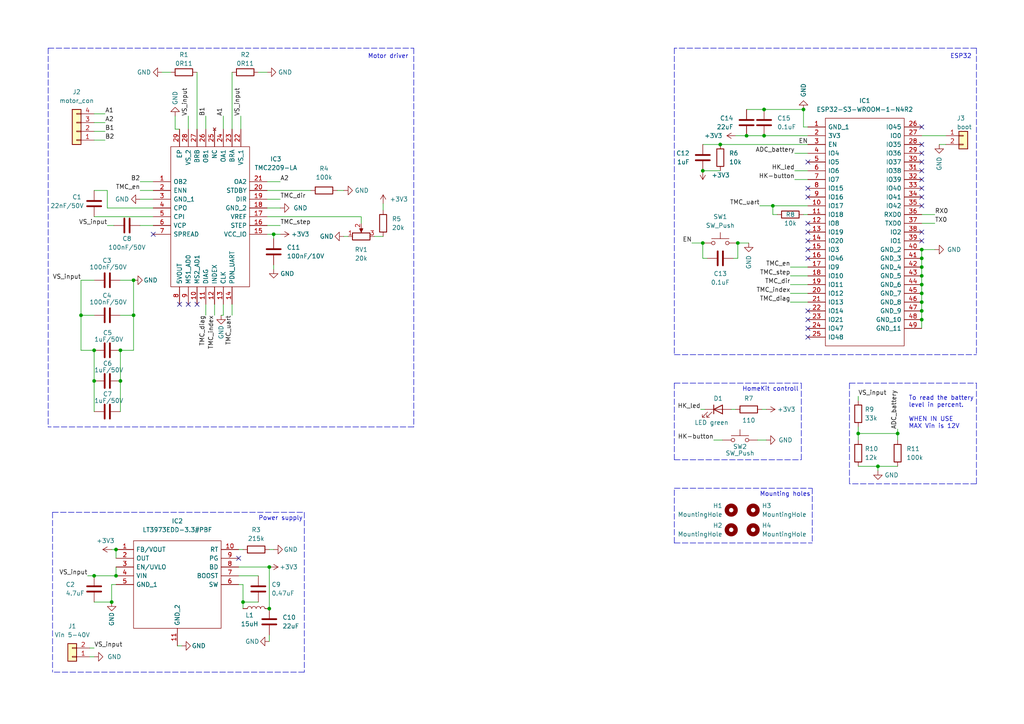
<source format=kicad_sch>
(kicad_sch (version 20211123) (generator eeschema)
  (paper "A4")
  (title_block (title "OSSCR 2.0") (date "2022-05-28") (rev "0.0.5") (company "GitHub"))
  (lib_symbols
    (symbol "Connector_Generic:Conn_01x02" (pin_names (offset 1.016) hide)
      (property "Reference" "J" (at 0 2.54 0))
      (property "Value" "Conn_01x02" (at 0 -5.08 0))
      (symbol "Conn_01x02_1_1"
        (rectangle (start -1.27 -2.413) (end 0 -2.667) (stroke (width 0.1524)))
        (rectangle (start -1.27 0.127) (end 0 -0.127) (stroke (width 0.1524)))
        (rectangle (start -1.27 1.27) (end 1.27 -3.81) (stroke (width 0.254)) (fill (type background)))
        (pin passive line (at -5.08 0 0) (length 3.81) (name "Pin_1") (number "1"))
        (pin passive line (at -5.08 -2.54 0) (length 3.81) (name "Pin_2") (number "2"))
      )
    )
    (symbol "Connector_Generic:Conn_01x04" (pin_names (offset 1.016) hide)
      (property "Reference" "J" (at 0 5.08 0))
      (property "Value" "Conn_01x04" (at 0 -7.62 0))
      (symbol "Conn_01x04_1_1"
        (rectangle (start -1.27 -4.953) (end 0 -5.207) (stroke (width 0.1524)))
        (rectangle (start -1.27 -2.413) (end 0 -2.667) (stroke (width 0.1524)))
        (rectangle (start -1.27 0.127) (end 0 -0.127) (stroke (width 0.1524)))
        (rectangle (start -1.27 2.667) (end 0 2.413) (stroke (width 0.1524)))
        (rectangle (start -1.27 3.81) (end 1.27 -6.35) (stroke (width 0.254)) (fill (type background)))
        (pin passive line (at -5.08 2.54 0) (length 3.81) (name "Pin_1") (number "1"))
        (pin passive line (at -5.08 0 0) (length 3.81) (name "Pin_2") (number "2"))
        (pin passive line (at -5.08 -2.54 0) (length 3.81) (name "Pin_3") (number "3"))
        (pin passive line (at -5.08 -5.08 0) (length 3.81) (name "Pin_4") (number "4"))
      )
    )
    (symbol "Device:C" (pin_numbers hide) (pin_names (offset 0.254))
      (property "Reference" "C" (at 0.635 2.54 0))
      (property "Value" "C" (at 0.635 -2.54 0))
      (symbol "C_0_1"
        (polyline (pts (xy -2.032 -0.762) (xy 2.032 -0.762)) (stroke (width 0.508)))
        (polyline (pts (xy -2.032 0.762) (xy 2.032 0.762)) (stroke (width 0.508)))
      )
      (symbol "C_1_1"
        (pin passive line (at 0 3.81 270) (length 2.794) (name "~") (number "1"))
        (pin passive line (at 0 -3.81 90) (length 2.794) (name "~") (number "2"))
      )
    )
    (symbol "Device:L" (pin_numbers hide) (pin_names (offset 1.016) hide)
      (property "Reference" "L" (at -1.27 0 90))
      (property "Value" "L" (at 1.905 0 90))
      (symbol "L_0_1"
        (arc (start 0 -2.54) (mid 0.635 -1.905) (end 0 -1.27))
        (arc (start 0 -1.27) (mid 0.635 -0.635) (end 0 0))
        (arc (start 0 0) (mid 0.635 0.635) (end 0 1.27))
        (arc (start 0 1.27) (mid 0.635 1.905) (end 0 2.54))
      )
      (symbol "L_1_1"
        (pin passive line (at 0 3.81 270) (length 1.27) (name "1") (number "1"))
        (pin passive line (at 0 -3.81 90) (length 1.27) (name "2") (number "2"))
      )
    )
    (symbol "Device:LED" (pin_numbers hide) (pin_names (offset 1.016) hide)
      (property "Reference" "D" (at 0 2.54 0))
      (property "Value" "LED" (at 0 -2.54 0))
      (symbol "LED_0_1"
        (polyline (pts (xy -1.27 -1.27) (xy -1.27 1.27)) (stroke (width 0.254)))
        (polyline (pts (xy -1.27 0) (xy 1.27 0)))
        (polyline (pts (xy 1.27 -1.27) (xy 1.27 1.27) (xy -1.27 0) (xy 1.27 -1.27)) (stroke (width 0.254)))
        (polyline (pts (xy -3.048 -0.762) (xy -4.572 -2.286) (xy -3.81 -2.286) (xy -4.572 -2.286) (xy -4.572 -1.524)))
        (polyline (pts (xy -1.778 -0.762) (xy -3.302 -2.286) (xy -2.54 -2.286) (xy -3.302 -2.286) (xy -3.302 -1.524)))
      )
      (symbol "LED_1_1"
        (pin passive line (at -3.81 0 0) (length 2.54) (name "K") (number "1"))
        (pin passive line (at 3.81 0 180) (length 2.54) (name "A") (number "2"))
      )
    )
    (symbol "Device:R" (pin_numbers hide) (pin_names (offset 0))
      (property "Reference" "R" (at 2.032 0 90))
      (property "Value" "R" (at 0 0 90))
      (symbol "R_0_1"
        (rectangle (start -1.016 -2.54) (end 1.016 2.54) (stroke (width 0.254)))
      )
      (symbol "R_1_1"
        (pin passive line (at 0 3.81 270) (length 1.27) (name "~") (number "1"))
        (pin passive line (at 0 -3.81 90) (length 1.27) (name "~") (number "2"))
      )
    )
    (symbol "Device:R_Potentiometer" (pin_names (offset 1.016) hide)
      (property "Reference" "RV" (at -4.445 0 90))
      (property "Value" "R_Potentiometer" (at -2.54 0 90))
      (symbol "R_Potentiometer_0_1"
        (polyline (pts (xy 2.54 0) (xy 1.524 0)))
        (polyline (pts (xy 1.143 0) (xy 2.286 0.508) (xy 2.286 -0.508) (xy 1.143 0)) (fill (type outline)))
        (rectangle (start 1.016 2.54) (end -1.016 -2.54) (stroke (width 0.254)))
      )
      (symbol "R_Potentiometer_1_1"
        (pin passive line (at 0 3.81 270) (length 1.27) (name "1") (number "1"))
        (pin passive line (at 3.81 0 180) (length 1.27) (name "2") (number "2"))
        (pin passive line (at 0 -3.81 90) (length 1.27) (name "3") (number "3"))
      )
    )
    (symbol "Mechanical:MountingHole" (pin_names (offset 1.016))
      (property "Reference" "H" (at 0 5.08 0))
      (property "Value" "MountingHole" (at 0 3.175 0))
      (symbol "MountingHole_0_1"
        (circle (center 0 0) (radius 1.27) (stroke (width 1.27)))
      )
    )
    (symbol "SamacSys_Parts:ESP32-S3-WROOM-1-N4R2" (pin_names (offset 0.762))
      (property "Reference" "IC" (at 29.21 7.62 0))
      (property "Value" "ESP32-S3-WROOM-1-N4R2" (at 29.21 5.08 0))
      (symbol "ESP32-S3-WROOM-1-N4R2_0_0"
        (pin passive line (at 0 0 0) (length 5.08) (name "GND_1") (number "1"))
        (pin passive line (at 0 -22.86 0) (length 5.08) (name "IO17") (number "10"))
        (pin passive line (at 0 -25.4 0) (length 5.08) (name "IO18") (number "11"))
        (pin passive line (at 0 -27.94 0) (length 5.08) (name "IO8") (number "12"))
        (pin passive line (at 0 -30.48 0) (length 5.08) (name "IO19") (number "13"))
        (pin passive line (at 0 -33.02 0) (length 5.08) (name "IO20") (number "14"))
        (pin passive line (at 0 -35.56 0) (length 5.08) (name "IO3") (number "15"))
        (pin passive line (at 0 -38.1 0) (length 5.08) (name "IO46") (number "16"))
        (pin passive line (at 0 -40.64 0) (length 5.08) (name "IO9") (number "17"))
        (pin passive line (at 0 -43.18 0) (length 5.08) (name "IO10") (number "18"))
        (pin passive line (at 0 -45.72 0) (length 5.08) (name "IO11") (number "19"))
        (pin passive line (at 0 -2.54 0) (length 5.08) (name "3V3") (number "2"))
        (pin passive line (at 0 -48.26 0) (length 5.08) (name "IO12") (number "20"))
        (pin passive line (at 0 -50.8 0) (length 5.08) (name "IO13") (number "21"))
        (pin passive line (at 0 -53.34 0) (length 5.08) (name "IO14") (number "22"))
        (pin passive line (at 0 -55.88 0) (length 5.08) (name "IO21") (number "23"))
        (pin passive line (at 0 -58.42 0) (length 5.08) (name "IO47") (number "24"))
        (pin passive line (at 0 -60.96 0) (length 5.08) (name "IO48") (number "25"))
        (pin passive line (at 33.02 0 180) (length 5.08) (name "IO45") (number "26"))
        (pin passive line (at 33.02 -2.54 180) (length 5.08) (name "IO0") (number "27"))
        (pin passive line (at 33.02 -5.08 180) (length 5.08) (name "IO35") (number "28"))
        (pin passive line (at 33.02 -7.62 180) (length 5.08) (name "IO36") (number "29"))
        (pin passive line (at 0 -5.08 0) (length 5.08) (name "EN") (number "3"))
        (pin passive line (at 33.02 -10.16 180) (length 5.08) (name "IO37") (number "30"))
        (pin passive line (at 33.02 -12.7 180) (length 5.08) (name "IO38") (number "31"))
        (pin passive line (at 33.02 -15.24 180) (length 5.08) (name "IO39") (number "32"))
        (pin passive line (at 33.02 -17.78 180) (length 5.08) (name "IO40") (number "33"))
        (pin passive line (at 33.02 -20.32 180) (length 5.08) (name "IO41") (number "34"))
        (pin passive line (at 33.02 -22.86 180) (length 5.08) (name "IO42") (number "35"))
        (pin passive line (at 33.02 -25.4 180) (length 5.08) (name "RXD0") (number "36"))
        (pin passive line (at 33.02 -27.94 180) (length 5.08) (name "TXD0") (number "37"))
        (pin passive line (at 33.02 -30.48 180) (length 5.08) (name "IO2") (number "38"))
        (pin passive line (at 33.02 -33.02 180) (length 5.08) (name "IO1") (number "39"))
        (pin passive line (at 0 -7.62 0) (length 5.08) (name "IO4") (number "4"))
        (pin passive line (at 33.02 -35.56 180) (length 5.08) (name "GND_2") (number "40"))
        (pin passive line (at 33.02 -38.1 180) (length 5.08) (name "GND_3") (number "41"))
        (pin passive line (at 33.02 -40.64 180) (length 5.08) (name "GND_4") (number "42"))
        (pin passive line (at 33.02 -43.18 180) (length 5.08) (name "GND_5") (number "43"))
        (pin passive line (at 33.02 -45.72 180) (length 5.08) (name "GND_6") (number "44"))
        (pin passive line (at 33.02 -48.26 180) (length 5.08) (name "GND_7") (number "45"))
        (pin passive line (at 33.02 -50.8 180) (length 5.08) (name "GND_8") (number "46"))
        (pin passive line (at 33.02 -53.34 180) (length 5.08) (name "GND_9") (number "47"))
        (pin passive line (at 33.02 -55.88 180) (length 5.08) (name "GND_10") (number "48"))
        (pin passive line (at 33.02 -58.42 180) (length 5.08) (name "GND_11") (number "49"))
        (pin passive line (at 0 -10.16 0) (length 5.08) (name "IO5") (number "5"))
        (pin passive line (at 0 -12.7 0) (length 5.08) (name "IO6") (number "6"))
        (pin passive line (at 0 -15.24 0) (length 5.08) (name "IO7") (number "7"))
        (pin passive line (at 0 -17.78 0) (length 5.08) (name "IO15") (number "8"))
        (pin passive line (at 0 -20.32 0) (length 5.08) (name "IO16") (number "9"))
      )
      (symbol "ESP32-S3-WROOM-1-N4R2_0_1"
        (polyline (pts (xy 5.08 2.54) (xy 27.94 2.54) (xy 27.94 -63.5) (xy 5.08 -63.5) (xy 5.08 2.54)) (stroke (width 0.1524)))
      )
    )
    (symbol "SamacSys_Parts:LT3973EDD-3.3#PBF" (pin_names (offset 0.762))
      (property "Reference" "IC" (at 31.75 7.62 0))
      (property "Value" "LT3973EDD-3.3#PBF" (at 31.75 5.08 0))
      (symbol "LT3973EDD-3.3#PBF_0_0"
        (pin passive line (at 0 0 0) (length 5.08) (name "FB/VOUT") (number "1"))
        (pin passive line (at 35.56 0 180) (length 5.08) (name "RT") (number "10"))
        (pin passive line (at 17.78 -27.94 90) (length 5.08) (name "GND_2") (number "11"))
        (pin passive line (at 0 -2.54 0) (length 5.08) (name "OUT") (number "2"))
        (pin passive line (at 0 -5.08 0) (length 5.08) (name "EN/UVLO") (number "3"))
        (pin passive line (at 0 -7.62 0) (length 5.08) (name "VIN") (number "4"))
        (pin passive line (at 0 -10.16 0) (length 5.08) (name "GND_1") (number "5"))
        (pin passive line (at 35.56 -10.16 180) (length 5.08) (name "SW") (number "6"))
        (pin passive line (at 35.56 -7.62 180) (length 5.08) (name "BOOST") (number "7"))
        (pin passive line (at 35.56 -5.08 180) (length 5.08) (name "BD") (number "8"))
        (pin passive line (at 35.56 -2.54 180) (length 5.08) (name "PG") (number "9"))
      )
      (symbol "LT3973EDD-3.3#PBF_0_1"
        (polyline (pts (xy 5.08 2.54) (xy 30.48 2.54) (xy 30.48 -22.86) (xy 5.08 -22.86) (xy 5.08 2.54)) (stroke (width 0.1524)))
      )
    )
    (symbol "SamacSys_Parts:TMC2209-LA" (pin_names (offset 0.762))
      (property "Reference" "IC" (at 29.21 15.24 0))
      (property "Value" "TMC2209-LA" (at 29.21 12.7 0))
      (symbol "TMC2209-LA_0_0"
        (pin passive line (at 0 0 0) (length 5.08) (name "OB2") (number "1"))
        (pin passive line (at 12.7 -35.56 90) (length 5.08) (name "MS2_AD1") (number "10"))
        (pin passive line (at 15.24 -35.56 90) (length 5.08) (name "DIAG") (number "11"))
        (pin passive line (at 17.78 -35.56 90) (length 5.08) (name "INDEX") (number "12"))
        (pin passive line (at 20.32 -35.56 90) (length 5.08) (name "CLK") (number "13"))
        (pin passive line (at 22.86 -35.56 90) (length 5.08) (name "PDN_UART") (number "14"))
        (pin passive line (at 33.02 -15.24 180) (length 5.08) (name "VCC_IO") (number "15"))
        (pin passive line (at 33.02 -12.7 180) (length 5.08) (name "STEP") (number "16"))
        (pin passive line (at 33.02 -10.16 180) (length 5.08) (name "VREF") (number "17"))
        (pin passive line (at 33.02 -7.62 180) (length 5.08) (name "GND_2") (number "18"))
        (pin passive line (at 33.02 -5.08 180) (length 5.08) (name "DIR") (number "19"))
        (pin passive line (at 0 -2.54 0) (length 5.08) (name "ENN") (number "2"))
        (pin passive line (at 33.02 -2.54 180) (length 5.08) (name "STDBY") (number "20"))
        (pin passive line (at 33.02 0 180) (length 5.08) (name "OA2") (number "21"))
        (pin passive line (at 25.4 15.24 270) (length 5.08) (name "VS_1") (number "22"))
        (pin passive line (at 22.86 15.24 270) (length 5.08) (name "BRA") (number "23"))
        (pin passive line (at 20.32 15.24 270) (length 5.08) (name "OA1") (number "24"))
        (pin no_connect line (at 17.78 15.24 270) (length 5.08) (name "NC") (number "25"))
        (pin passive line (at 15.24 15.24 270) (length 5.08) (name "OB1") (number "26"))
        (pin passive line (at 12.7 15.24 270) (length 5.08) (name "BRB") (number "27"))
        (pin passive line (at 10.16 15.24 270) (length 5.08) (name "VS_2") (number "28"))
        (pin passive line (at 7.62 15.24 270) (length 5.08) (name "EP") (number "29"))
        (pin passive line (at 0 -5.08 0) (length 5.08) (name "GND_1") (number "3"))
        (pin passive line (at 0 -7.62 0) (length 5.08) (name "CPO") (number "4"))
        (pin passive line (at 0 -10.16 0) (length 5.08) (name "CPI") (number "5"))
        (pin passive line (at 0 -12.7 0) (length 5.08) (name "VCP") (number "6"))
        (pin passive line (at 0 -15.24 0) (length 5.08) (name "SPREAD") (number "7"))
        (pin passive line (at 7.62 -35.56 90) (length 5.08) (name "5VOUT") (number "8"))
        (pin passive line (at 10.16 -35.56 90) (length 5.08) (name "MS1_AD0") (number "9"))
      )
      (symbol "TMC2209-LA_0_1"
        (polyline (pts (xy 5.08 10.16) (xy 27.94 10.16) (xy 27.94 -30.48) (xy 5.08 -30.48) (xy 5.08 10.16)) (stroke (width 0.1524)))
      )
    )
    (symbol "Switch:SW_Push" (pin_numbers hide) (pin_names (offset 1.016) hide)
      (property "Reference" "SW" (at 1.27 2.54 0))
      (property "Value" "SW_Push" (at 0 -1.524 0))
      (symbol "SW_Push_0_1"
        (circle (center -2.032 0) (radius 0.508))
        (polyline (pts (xy 0 1.27) (xy 0 3.048)))
        (polyline (pts (xy 2.54 1.27) (xy -2.54 1.27)))
        (circle (center 2.032 0) (radius 0.508))
        (pin passive line (at -5.08 0 0) (length 2.54) (name "1") (number "1"))
        (pin passive line (at 5.08 0 180) (length 2.54) (name "2") (number "2"))
      )
    )
    (symbol "power:+3.3V" (power) (pin_names (offset 0))
      (property "Value" "+3.3V" (at 0 3.556 0))
      (symbol "+3.3V_0_1"
        (polyline (pts (xy -0.762 1.27) (xy 0 2.54)))
        (polyline (pts (xy 0 0) (xy 0 2.54)))
        (polyline (pts (xy 0 2.54) (xy 0.762 1.27)))
      )
      (symbol "+3.3V_1_1"
        (pin power_in line (at 0 0 90) (length 0) hide (name "+3V3") (number "1"))
      )
    )
    (symbol "power:+3V3" (power) (pin_names (offset 0))
      (property "Value" "+3V3" (at 0 3.556 0))
      (symbol "+3V3_0_1"
        (polyline (pts (xy -0.762 1.27) (xy 0 2.54)))
        (polyline (pts (xy 0 0) (xy 0 2.54)))
        (polyline (pts (xy 0 2.54) (xy 0.762 1.27)))
      )
      (symbol "+3V3_1_1"
        (pin power_in line (at 0 0 90) (length 0) hide (name "+3V3") (number "1"))
      )
    )
    (symbol "power:GND" (power) (pin_names (offset 0))
      (property "Value" "GND" (at 0 -3.81 0))
      (symbol "GND_0_1"
        (polyline (pts (xy 0 0) (xy 0 -1.27) (xy 1.27 -1.27) (xy 0 -2.54) (xy -1.27 -1.27) (xy 0 -1.27)))
      )
      (symbol "GND_1_1"
        (pin power_in line (at 0 0 270) (length 0) hide (name "GND") (number "1"))
      )
    )
  )
  (junction (at 267.335 85.09))
  (junction (at 267.335 87.63))
  (junction (at 38.735 81.28))
  (junction (at 27.305 167.005))
  (junction (at 267.335 72.39))
  (junction (at 70.485 174.625))
  (junction (at 23.495 91.44))
  (junction (at 79.375 67.945))
  (junction (at 203.835 49.53))
  (junction (at 248.92 125.73))
  (junction (at 221.615 39.37))
  (junction (at 267.335 74.93))
  (junction (at 38.735 91.44))
  (junction (at 221.615 31.75))
  (junction (at 267.335 82.55))
  (junction (at 267.335 80.01))
  (junction (at 34.925 101.6))
  (junction (at 203.835 70.485))
  (junction (at 27.305 110.49))
  (junction (at 78.105 164.465))
  (junction (at 260.35 125.73))
  (junction (at 224.155 59.69))
  (junction (at 34.925 110.49))
  (junction (at 27.305 101.6))
  (junction (at 254.635 135.255))
  (junction (at 213.995 70.485))
  (junction (at 267.335 77.47))
  (junction (at 32.385 174.625))
  (junction (at 216.535 39.37))
  (junction (at 208.915 41.91))
  (junction (at 267.335 90.17))
  (junction (at 78.105 176.53))
  (junction (at 33.655 167.005))
  (junction (at 267.335 92.71))
  (junction (at 233.045 31.75))
  (junction (at 33.655 159.385))
  (no_connect (at 69.215 161.925))
  (no_connect (at 267.335 36.83))
  (no_connect (at 267.335 41.91))
  (no_connect (at 267.335 69.85))
  (no_connect (at 267.335 67.31))
  (no_connect (at 267.335 59.69))
  (no_connect (at 267.335 57.15))
  (no_connect (at 267.335 54.61))
  (no_connect (at 267.335 52.07))
  (no_connect (at 267.335 46.99))
  (no_connect (at 267.335 44.45))
  (no_connect (at 267.335 49.53))
  (no_connect (at 234.315 74.93))
  (no_connect (at 234.315 90.17))
  (no_connect (at 234.315 92.71))
  (no_connect (at 234.315 95.25))
  (no_connect (at 234.315 97.79))
  (no_connect (at 234.315 64.77))
  (no_connect (at 234.315 67.31))
  (no_connect (at 234.315 69.85))
  (no_connect (at 234.315 72.39))
  (no_connect (at 234.315 46.99))
  (no_connect (at 234.315 54.61))
  (no_connect (at 234.315 57.15))
  (no_connect (at 44.45 67.945))
  (no_connect (at 54.61 88.265))
  (no_connect (at 57.15 88.265))
  (no_connect (at 52.07 88.265))
  (wire (pts (xy 78.105 184.15) (xy 78.105 186.055)))
  (wire (pts (xy 40.64 52.705) (xy 44.45 52.705)))
  (wire (pts (xy 74.93 20.955) (xy 77.47 20.955)))
  (wire (pts (xy 57.15 20.955) (xy 57.15 37.465)))
  (wire (pts (xy 25.4 167.005) (xy 27.305 167.005)))
  (wire (pts (xy 203.2 118.745) (xy 204.47 118.745)))
  (wire (pts (xy 79.375 76.835) (xy 79.375 78.105)))
  (wire (pts (xy 27.305 91.44) (xy 23.495 91.44)))
  (wire (pts (xy 216.535 31.75) (xy 221.615 31.75)))
  (wire (pts (xy 267.335 90.17) (xy 267.335 92.71)))
  (wire (pts (xy 70.485 174.625) (xy 74.93 174.625)))
  (wire (pts (xy 254.635 135.255) (xy 260.35 135.255)))
  (wire (pts (xy 27.305 62.865) (xy 44.45 62.865)))
  (polyline (pts (xy 120.015 123.825) (xy 13.97 123.825)))
  (wire (pts (xy 267.335 62.23) (xy 271.145 62.23)))
  (wire (pts (xy 34.925 91.44) (xy 38.735 91.44)))
  (wire (pts (xy 59.69 33.655) (xy 59.69 37.465)))
  (wire (pts (xy 27.305 110.49) (xy 27.305 119.38)))
  (wire (pts (xy 69.85 33.655) (xy 69.85 37.465)))
  (wire (pts (xy 208.915 41.91) (xy 234.315 41.91)))
  (wire (pts (xy 27.305 40.64) (xy 30.48 40.64)))
  (wire (pts (xy 33.655 169.545) (xy 32.385 169.545)))
  (polyline (pts (xy 88.265 148.59) (xy 88.265 194.945)))
  (wire (pts (xy 220.345 59.69) (xy 224.155 59.69)))
  (wire (pts (xy 233.045 31.75) (xy 233.045 36.83)))
  (wire (pts (xy 225.425 62.23) (xy 224.155 62.23)))
  (wire (pts (xy 69.215 167.005) (xy 74.93 167.005)))
  (wire (pts (xy 27.305 101.6) (xy 27.305 110.49)))
  (polyline (pts (xy 235.585 141.605) (xy 235.585 157.48)))
  (polyline (pts (xy 195.58 111.125) (xy 232.41 111.125)))
  (wire (pts (xy 260.35 124.46) (xy 260.35 125.73)))
  (wire (pts (xy 267.335 80.01) (xy 267.335 82.55)))
  (wire (pts (xy 220.98 118.745) (xy 222.25 118.745)))
  (wire (pts (xy 40.64 57.785) (xy 44.45 57.785)))
  (wire (pts (xy 26.035 190.5) (xy 27.305 190.5)))
  (polyline (pts (xy 195.58 157.48) (xy 235.585 157.48)))
  (wire (pts (xy 221.615 39.37) (xy 234.315 39.37)))
  (wire (pts (xy 38.735 81.28) (xy 38.735 91.44)))
  (wire (pts (xy 33.655 164.465) (xy 33.655 167.005)))
  (wire (pts (xy 38.735 101.6) (xy 34.925 101.6)))
  (wire (pts (xy 97.79 55.245) (xy 99.695 55.245)))
  (wire (pts (xy 248.92 123.825) (xy 248.92 125.73)))
  (wire (pts (xy 62.23 88.265) (xy 62.23 91.44)))
  (wire (pts (xy 229.235 80.01) (xy 234.315 80.01)))
  (wire (pts (xy 248.92 114.935) (xy 248.92 116.205)))
  (wire (pts (xy 69.215 169.545) (xy 70.485 169.545)))
  (wire (pts (xy 267.335 72.39) (xy 267.335 74.93)))
  (wire (pts (xy 260.35 125.73) (xy 260.35 127.635)))
  (wire (pts (xy 49.53 20.955) (xy 46.99 20.955)))
  (polyline (pts (xy 120.015 13.97) (xy 120.015 123.825)))
  (wire (pts (xy 213.995 70.485) (xy 217.17 70.485)))
  (wire (pts (xy 23.495 91.44) (xy 23.495 101.6)))
  (polyline (pts (xy 195.58 111.125) (xy 195.58 133.35)))
  (wire (pts (xy 78.105 159.385) (xy 79.375 159.385)))
  (wire (pts (xy 229.235 82.55) (xy 234.315 82.55)))
  (polyline (pts (xy 283.21 111.125) (xy 283.21 140.335)))
  (polyline (pts (xy 195.58 102.87) (xy 283.21 102.87)))
  (wire (pts (xy 23.495 81.28) (xy 27.305 81.28)))
  (wire (pts (xy 267.335 39.37) (xy 274.32 39.37)))
  (polyline (pts (xy 283.21 13.97) (xy 195.58 13.97)))
  (wire (pts (xy 224.155 59.69) (xy 224.155 62.23)))
  (wire (pts (xy 70.485 174.625) (xy 70.485 176.53)))
  (wire (pts (xy 40.64 65.405) (xy 44.45 65.405)))
  (wire (pts (xy 267.335 85.09) (xy 267.335 87.63)))
  (wire (pts (xy 34.925 110.49) (xy 34.925 119.38)))
  (wire (pts (xy 99.695 68.58) (xy 100.965 68.58)))
  (wire (pts (xy 77.47 65.405) (xy 81.28 65.405)))
  (wire (pts (xy 213.995 74.93) (xy 213.995 70.485)))
  (wire (pts (xy 33.655 159.385) (xy 33.655 161.925)))
  (wire (pts (xy 77.47 55.245) (xy 90.17 55.245)))
  (wire (pts (xy 254.635 135.255) (xy 254.635 136.525)))
  (wire (pts (xy 212.09 118.745) (xy 213.36 118.745)))
  (wire (pts (xy 31.115 60.325) (xy 31.115 55.245)))
  (wire (pts (xy 229.235 87.63) (xy 234.315 87.63)))
  (wire (pts (xy 203.835 41.91) (xy 208.915 41.91)))
  (wire (pts (xy 27.305 174.625) (xy 32.385 174.625)))
  (polyline (pts (xy 246.38 111.125) (xy 246.38 140.335)))
  (wire (pts (xy 77.47 52.705) (xy 81.28 52.705)))
  (wire (pts (xy 230.505 52.07) (xy 234.315 52.07)))
  (wire (pts (xy 111.125 59.055) (xy 111.125 60.96)))
  (wire (pts (xy 34.925 101.6) (xy 34.925 110.49)))
  (wire (pts (xy 229.235 77.47) (xy 234.315 77.47)))
  (wire (pts (xy 40.64 55.245) (xy 44.45 55.245)))
  (polyline (pts (xy 232.41 133.35) (xy 232.41 111.125)))
  (wire (pts (xy 31.115 55.245) (xy 27.305 55.245)))
  (wire (pts (xy 230.505 44.45) (xy 234.315 44.45)))
  (wire (pts (xy 248.92 135.255) (xy 254.635 135.255)))
  (wire (pts (xy 67.31 20.955) (xy 67.31 37.465)))
  (wire (pts (xy 64.135 91.44) (xy 64.77 91.44)))
  (wire (pts (xy 77.47 60.325) (xy 81.28 60.325)))
  (wire (pts (xy 70.485 169.545) (xy 70.485 174.625)))
  (wire (pts (xy 77.47 62.865) (xy 104.775 62.865)))
  (wire (pts (xy 79.375 67.945) (xy 79.375 69.215)))
  (polyline (pts (xy 13.97 13.97) (xy 13.97 123.825)))
  (polyline (pts (xy 283.21 13.97) (xy 283.21 102.87)))
  (polyline (pts (xy 283.21 140.335) (xy 246.38 140.335)))
  (wire (pts (xy 233.045 62.23) (xy 234.315 62.23)))
  (polyline (pts (xy 88.265 194.945) (xy 15.24 194.945)))
  (wire (pts (xy 248.92 127.635) (xy 248.92 125.73)))
  (wire (pts (xy 27.305 33.02) (xy 30.48 33.02)))
  (wire (pts (xy 23.495 101.6) (xy 27.305 101.6)))
  (wire (pts (xy 78.105 164.465) (xy 78.105 176.53)))
  (wire (pts (xy 50.8 33.655) (xy 50.8 37.465)))
  (wire (pts (xy 267.335 82.55) (xy 267.335 85.09)))
  (wire (pts (xy 54.61 33.655) (xy 54.61 37.465)))
  (polyline (pts (xy 195.58 13.97) (xy 195.58 102.87)))
  (wire (pts (xy 230.505 49.53) (xy 234.315 49.53)))
  (polyline (pts (xy 15.24 148.59) (xy 88.265 148.59)))
  (polyline (pts (xy 246.38 111.125) (xy 283.21 111.125)))
  (wire (pts (xy 108.585 68.58) (xy 111.125 68.58)))
  (wire (pts (xy 216.535 39.37) (xy 221.615 39.37)))
  (wire (pts (xy 224.155 59.69) (xy 234.315 59.69)))
  (wire (pts (xy 203.835 70.485) (xy 203.835 74.93)))
  (wire (pts (xy 272.415 41.91) (xy 274.32 41.91)))
  (polyline (pts (xy 195.58 141.605) (xy 235.585 141.605)))
  (wire (pts (xy 23.495 91.44) (xy 23.495 81.28)))
  (wire (pts (xy 32.385 169.545) (xy 32.385 174.625)))
  (wire (pts (xy 233.045 36.83) (xy 234.315 36.83)))
  (wire (pts (xy 267.335 72.39) (xy 271.145 72.39)))
  (wire (pts (xy 77.47 67.945) (xy 79.375 67.945)))
  (wire (pts (xy 77.47 57.785) (xy 81.28 57.785)))
  (wire (pts (xy 213.36 39.37) (xy 216.535 39.37)))
  (wire (pts (xy 203.835 74.93) (xy 205.105 74.93)))
  (wire (pts (xy 64.77 91.44) (xy 64.77 88.265)))
  (wire (pts (xy 229.235 85.09) (xy 234.315 85.09)))
  (wire (pts (xy 38.735 91.44) (xy 38.735 101.6)))
  (wire (pts (xy 267.335 64.77) (xy 271.145 64.77)))
  (wire (pts (xy 44.45 60.325) (xy 31.115 60.325)))
  (wire (pts (xy 267.335 92.71) (xy 267.335 95.25)))
  (wire (pts (xy 267.335 74.93) (xy 267.335 77.47)))
  (wire (pts (xy 207.01 127.635) (xy 209.55 127.635)))
  (polyline (pts (xy 195.58 133.35) (xy 232.41 133.35)))
  (wire (pts (xy 104.775 62.865) (xy 104.775 64.77)))
  (wire (pts (xy 26.035 187.96) (xy 27.305 187.96)))
  (wire (pts (xy 50.8 37.465) (xy 52.07 37.465)))
  (wire (pts (xy 31.115 65.405) (xy 33.02 65.405)))
  (wire (pts (xy 27.305 38.1) (xy 30.48 38.1)))
  (wire (pts (xy 203.835 49.53) (xy 208.915 49.53)))
  (wire (pts (xy 67.31 88.265) (xy 67.31 91.44)))
  (wire (pts (xy 79.375 67.945) (xy 81.28 67.945)))
  (wire (pts (xy 221.615 31.75) (xy 233.045 31.75)))
  (wire (pts (xy 27.305 35.56) (xy 30.48 35.56)))
  (wire (pts (xy 69.215 159.385) (xy 70.485 159.385)))
  (wire (pts (xy 27.305 167.005) (xy 33.655 167.005)))
  (polyline (pts (xy 13.97 13.97) (xy 120.015 13.97)))
  (wire (pts (xy 59.69 88.265) (xy 59.69 91.44)))
  (wire (pts (xy 219.71 127.635) (xy 222.25 127.635)))
  (wire (pts (xy 248.92 125.73) (xy 260.35 125.73)))
  (wire (pts (xy 51.435 187.325) (xy 52.705 187.325)))
  (wire (pts (xy 64.77 33.655) (xy 64.77 37.465)))
  (polyline (pts (xy 15.24 148.59) (xy 15.24 194.945)))
  (wire (pts (xy 69.215 164.465) (xy 78.105 164.465)))
  (wire (pts (xy 200.66 70.485) (xy 203.835 70.485)))
  (wire (pts (xy 267.335 87.63) (xy 267.335 90.17)))
  (polyline (pts (xy 195.58 157.48) (xy 195.58 141.605)))
  (wire (pts (xy 34.925 81.28) (xy 38.735 81.28)))
  (wire (pts (xy 212.725 74.93) (xy 213.995 74.93)))
  (wire (pts (xy 32.385 159.385) (xy 33.655 159.385)))
  (wire (pts (xy 267.335 77.47) (xy 267.335 80.01)))
  (text "To read the battery\nlevel in percent.\n\nWHEN IN USE \nMAX Vin is 12V" (at 263.525 124.46 0) (effects (font (size 1.27 1.27)) (justify left bottom)))
  (text "ESP32\n" (at 275.59 17.145 0) (effects (font (size 1.27 1.27)) (justify left bottom)))
  (text "HomeKit controll\n" (at 215.265 113.665 0) (effects (font (size 1.27 1.27)) (justify left bottom)))
  (text "Mounting holes" (at 220.345 144.145 0) (effects (font (size 1.27 1.27)) (justify left bottom)))
  (text "Power supply" (at 74.93 151.13 0) (effects (font (size 1.27 1.27)) (justify left bottom)))
  (text "Motor driver" (at 106.68 17.145 0) (effects (font (size 1.27 1.27)) (justify left bottom)))
  (label "VS_input" (at 54.61 33.655 90))
  (label "HK-button" (at 230.505 52.07 180))
  (label "A2" (at 81.28 52.705 0))
  (label "TMC_uart" (at 67.31 91.44 270))
  (label "EN" (at 200.66 70.485 180))
  (label "TMC_step" (at 81.28 65.405 0))
  (label "HK_led" (at 203.2 118.745 180))
  (label "VS_input" (at 27.305 187.96 0))
  (label "TMC_index" (at 62.23 91.44 270))
  (label "B2" (at 30.48 40.64 0))
  (label "VS_input" (at 31.115 65.405 180))
  (label "VS_input" (at 23.495 81.28 180))
  (label "TMC_diag" (at 59.69 91.44 270))
  (label "TMC_index" (at 229.235 85.09 180))
  (label "TMC_en" (at 229.235 77.47 180))
  (label "ADC_battery" (at 260.35 124.46 90))
  (label "B1" (at 59.69 33.655 90))
  (label "EN" (at 234.315 41.91 180))
  (label "A1" (at 64.77 33.655 90))
  (label "TX0" (at 271.145 64.77 0))
  (label "ADC_battery" (at 230.505 44.45 180))
  (label "A1" (at 30.48 33.02 0))
  (label "B2" (at 40.64 52.705 180))
  (label "B1" (at 30.48 38.1 0))
  (label "HK_led" (at 230.505 49.53 180))
  (label "VS_input" (at 25.4 167.005 180))
  (label "VS_input" (at 248.92 114.935 0))
  (label "A2" (at 30.48 35.56 0))
  (label "TMC_dir" (at 81.28 57.785 0))
  (label "TMC_dir" (at 229.235 82.55 180))
  (label "TMC_step" (at 229.235 80.01 180))
  (label "TMC_en" (at 40.64 55.245 180))
  (label "TMC_uart" (at 220.345 59.69 180))
  (label "HK-button" (at 207.01 127.635 180))
  (label "RX0" (at 271.145 62.23 0))
  (label "VS_input" (at 69.85 33.655 90))
  (label "TMC_diag" (at 229.235 87.63 180))
  (symbol (lib_id "Mechanical:MountingHole") (at 218.44 147.955 0) (unit 1)
    (property "Reference" "H3" (at 220.98 146.6849 0) (effects (justify left)))
    (property "Value" "MountingHole" (at 220.98 149.2249 0) (effects (justify left)))
    (property "Footprint" "MountingHole:MountingHole_3.2mm_M3" (effects hide))
  )
  (symbol (lib_id "Device:C") (at 31.115 91.44 90) (unit 1)
    (property "Reference" "C4" (at 32.385 85.725 90) (effects (justify left)))
    (property "Value" "100nF/50V" (at 36.83 87.63 90) (effects (justify left)))
    (property "Footprint" "Capacitor_SMD:C_0805_2012Metric" (effects hide))
  )
  (symbol (lib_id "power:+3V3") (at 81.28 67.945 270) (unit 1)
    (property "Reference" "#PWR016" (effects hide))
    (property "Value" "+3V3" (at 84.455 67.9449 90) (effects (justify left)))
  )
  (symbol (lib_id "Device:C") (at 27.305 170.815 180) (unit 1)
    (property "Reference" "C2" (at 19.05 169.545 0) (effects (justify right)))
    (property "Value" "4.7uF" (at 19.05 172.085 0) (effects (justify right)))
    (property "Footprint" "Capacitor_SMD:C_0805_2012Metric" (effects hide))
  )
  (symbol (lib_id "Device:R") (at 53.34 20.955 270) (mirror x) (unit 1)
    (property "Reference" "R1" (at 53.34 15.875 90))
    (property "Value" "0R11" (at 53.34 18.415 90))
    (property "Footprint" "Resistor_SMD:R_2010_5025Metric" (effects hide))
  )
  (symbol (lib_id "Device:C") (at 208.915 74.93 90) (unit 1)
    (property "Reference" "C13" (at 208.915 79.375 90))
    (property "Value" "0.1uF" (at 208.915 81.915 90))
    (property "Footprint" "Capacitor_SMD:C_0805_2012Metric" (effects hide))
  )
  (symbol (lib_id "power:GND") (at 222.25 127.635 90) (unit 1)
    (property "Reference" "#PWR024" (effects hide))
    (property "Value" "GND" (at 229.87 127.635 90) (effects (justify left)))
  )
  (symbol (lib_id "Connector_Generic:Conn_01x02") (at 279.4 39.37 0) (unit 1)
    (property "Reference" "J3" (at 277.495 34.29 0) (effects (justify left)))
    (property "Value" "boot" (at 277.495 36.83 0) (effects (justify left)))
    (property "Footprint" "Connector_PinHeader_2.54mm:PinHeader_1x02_P2.54mm_Vertical" (effects hide))
  )
  (symbol (lib_id "power:+3V3") (at 78.105 164.465 270) (unit 1)
    (property "Reference" "#PWR011" (effects hide))
    (property "Value" "+3V3" (at 86.36 164.465 90) (effects (justify right)))
  )
  (symbol (lib_id "power:GND") (at 27.305 190.5 90) (unit 1)
    (property "Reference" "#PWR01" (effects hide))
    (property "Value" "GND" (at 31.115 190.4999 90) (effects (justify right)))
  )
  (symbol (lib_id "Device:R") (at 260.35 131.445 0) (unit 1)
    (property "Reference" "R11" (at 262.89 130.1749 0) (effects (justify left)))
    (property "Value" "100k" (at 262.89 132.7149 0) (effects (justify left)))
    (property "Footprint" "Resistor_SMD:R_0603_1608Metric" (effects hide))
  )
  (symbol (lib_id "Device:C") (at 36.83 65.405 270) (unit 1)
    (property "Reference" "C8" (at 36.83 69.215 90))
    (property "Value" "100nF/50V" (at 36.83 71.755 90))
    (property "Footprint" "Capacitor_SMD:C_0805_2012Metric" (effects hide))
  )
  (symbol (lib_id "power:GND") (at 254.635 136.525 0) (unit 1)
    (property "Reference" "#PWR026" (effects hide))
    (property "Value" "GND" (at 256.54 137.795 0) (effects (justify left)))
  )
  (symbol (lib_id "Device:R") (at 248.92 131.445 0) (unit 1)
    (property "Reference" "R10" (at 250.825 130.1749 0) (effects (justify left)))
    (property "Value" "12k" (at 250.825 132.7149 0) (effects (justify left)))
    (property "Footprint" "Resistor_SMD:R_0603_1608Metric" (effects hide))
  )
  (symbol (lib_id "power:+3V3") (at 32.385 159.385 90) (unit 1)
    (property "Reference" "#PWR02" (effects hide))
    (property "Value" "+3V3" (at 27.94 156.845 90) (effects (justify right)))
  )
  (symbol (lib_id "Device:R") (at 217.17 118.745 90) (unit 1)
    (property "Reference" "R7" (at 217.17 115.57 90))
    (property "Value" "110" (at 217.17 121.92 90))
    (property "Footprint" "Resistor_SMD:R_0603_1608Metric" (effects hide))
  )
  (symbol (lib_id "Device:C") (at 31.115 110.49 270) (unit 1)
    (property "Reference" "C6" (at 29.845 105.41 90) (effects (justify left)))
    (property "Value" "1uF/50V" (at 27.305 107.315 90) (effects (justify left)))
    (property "Footprint" "Capacitor_SMD:C_0805_2012Metric" (effects hide))
  )
  (symbol (lib_id "power:GND") (at 81.28 60.325 90) (unit 1)
    (property "Reference" "#PWR015" (effects hide))
    (property "Value" "GND" (at 85.09 60.3249 90) (effects (justify right)))
  )
  (symbol (lib_id "Mechanical:MountingHole") (at 212.09 147.955 0) (mirror y) (unit 1)
    (property "Reference" "H1" (at 209.55 146.6849 0) (effects (justify left)))
    (property "Value" "MountingHole" (at 209.55 149.2249 0) (effects (justify left)))
    (property "Footprint" "MountingHole:MountingHole_3.2mm_M3" (effects hide))
  )
  (symbol (lib_id "power:GND") (at 40.64 57.785 270) (unit 1)
    (property "Reference" "#PWR05" (effects hide))
    (property "Value" "GND" (at 37.465 57.7849 90) (effects (justify right)))
  )
  (symbol (lib_id "SamacSys_Parts:LT3973EDD-3.3#PBF") (at 33.655 159.385 0) (unit 1)
    (property "Reference" "IC2" (at 51.435 151.13 0))
    (property "Value" "LT3973EDD-3.3#PBF" (at 51.435 153.67 0))
    (property "Footprint" "SamacSys_Parts:SON50P300X300X80-11N-D" (effects hide))
    (property "Datasheet" "https://componentsearchengine.com/Datasheets/1/LT3973EDD-3.3#PBF.pdf" (effects hide))
    (property "Description" "LINEAR TECHNOLOGY - LT3973EDD-3.3#PBF - Buck (Step Down) Switching Regulator, Fixed, 4.2V-42V In, 3.3V And 750mA Out, DFN-10" (effects hide))
    (property "Height" "0.8" (effects hide))
    (property "Mouser Part Number" "584-LT3973EDD-3.3PBF" (effects hide))
    (property "Mouser Price/Stock" "https://www.mouser.com/Search/Refine.aspx?Keyword=584-LT3973EDD-3.3PBF" (effects hide))
    (property "Manufacturer_Name" "Analog Devices" (effects hide))
    (property "Manufacturer_Part_Number" "LT3973EDD-3.3#PBF" (effects hide))
  )
  (symbol (lib_id "power:+3.3V") (at 222.25 118.745 270) (unit 1)
    (property "Reference" "#PWR023" (effects hide))
    (property "Value" "+3.3V" (at 225.425 118.7449 90) (effects (justify left)))
  )
  (symbol (lib_id "power:+3V3") (at 203.835 49.53 180) (unit 1)
    (property "Reference" "#PWR020" (effects hide))
    (property "Value" "+3V3" (at 206.375 50.7999 0) (effects (justify right)))
  )
  (symbol (lib_id "Device:R") (at 71.12 20.955 90) (unit 1)
    (property "Reference" "R2" (at 71.12 15.875 90))
    (property "Value" "0R11" (at 71.12 18.415 90))
    (property "Footprint" "Resistor_SMD:R_2010_5025Metric" (effects hide))
  )
  (symbol (lib_id "power:GND") (at 272.415 41.91 0) (unit 1)
    (property "Reference" "#PWR028" (effects hide))
    (property "Value" "GND" (at 272.415 49.53 90) (effects (justify left)))
  )
  (symbol (lib_id "Device:L") (at 74.295 176.53 90) (unit 1)
    (property "Reference" "L1" (at 72.39 178.435 90))
    (property "Value" "15uH" (at 72.39 180.975 90))
    (property "Footprint" "Inductor_SMD:L_0805_2012Metric" (effects hide))
  )
  (symbol (lib_id "power:GND") (at 77.47 20.955 90) (unit 1)
    (property "Reference" "#PWR010" (effects hide))
    (property "Value" "GND" (at 80.645 20.9549 90) (effects (justify right)))
  )
  (symbol (lib_id "power:GND") (at 233.045 31.75 180) (unit 1)
    (property "Reference" "#PWR025" (effects hide))
    (property "Value" "GND" (at 233.045 24.13 90) (effects (justify left)))
  )
  (symbol (lib_id "power:GND") (at 79.375 159.385 90) (unit 1)
    (property "Reference" "#PWR014" (effects hide))
    (property "Value" "GND" (at 86.36 159.385 90) (effects (justify left)))
  )
  (symbol (lib_id "power:+3V3") (at 213.36 39.37 90) (unit 1)
    (property "Reference" "#PWR021" (effects hide))
    (property "Value" "+3V3" (at 209.55 39.3699 90) (effects (justify left)))
  )
  (symbol (lib_id "Device:C") (at 203.835 45.72 0) (mirror x) (unit 1)
    (property "Reference" "C12" (at 200.025 44.4499 0) (effects (justify right)))
    (property "Value" "1uF" (at 200.025 46.9899 0) (effects (justify right)))
    (property "Footprint" "Capacitor_SMD:C_0805_2012Metric" (effects hide))
  )
  (symbol (lib_id "Device:LED") (at 208.28 118.745 0) (unit 1)
    (property "Reference" "D1" (at 208.28 115.57 0))
    (property "Value" "LED green" (at 206.375 122.555 0))
    (property "Footprint" "LED_SMD:LED_0603_1608Metric" (effects hide))
  )
  (symbol (lib_id "power:+3V3") (at 111.125 59.055 0) (unit 1)
    (property "Reference" "#PWR019" (effects hide))
    (property "Value" "+3V3" (at 113.03 57.7849 0) (effects (justify left)))
  )
  (symbol (lib_id "Device:C") (at 31.115 101.6 270) (unit 1)
    (property "Reference" "C5" (at 29.845 96.52 90) (effects (justify left)))
    (property "Value" "1uF/50V" (at 27.305 98.425 90) (effects (justify left)))
    (property "Footprint" "Capacitor_SMD:C_0805_2012Metric" (effects hide))
  )
  (symbol (lib_id "power:GND") (at 79.375 78.105 0) (unit 1)
    (property "Reference" "#PWR013" (effects hide))
    (property "Value" "GND" (at 81.28 79.3749 0) (effects (justify left)))
  )
  (symbol (lib_id "power:GND") (at 78.105 186.055 270) (unit 1)
    (property "Reference" "#PWR012" (effects hide))
    (property "Value" "GND" (at 71.12 186.055 90) (effects (justify left)))
  )
  (symbol (lib_id "power:GND") (at 46.99 20.955 270) (mirror x) (unit 1)
    (property "Reference" "#PWR06" (effects hide))
    (property "Value" "GND" (at 43.815 20.9549 90) (effects (justify right)))
  )
  (symbol (lib_id "Device:C") (at 31.115 81.28 90) (unit 1)
    (property "Reference" "C3" (at 32.385 75.565 90) (effects (justify left)))
    (property "Value" "100nF/50V" (at 36.83 77.47 90) (effects (justify left)))
    (property "Footprint" "Capacitor_SMD:C_0805_2012Metric" (effects hide))
  )
  (symbol (lib_id "Connector_Generic:Conn_01x02") (at 20.955 190.5 180) (unit 1)
    (property "Reference" "J1" (at 20.955 181.61 0))
    (property "Value" "Vin 5-40V" (at 20.955 184.15 0))
    (property "Footprint" "Connector_JST:JST_XH_B2B-XH-A_1x02_P2.50mm_Vertical" (effects hide))
  )
  (symbol (lib_id "Device:C") (at 221.615 35.56 0) (unit 1)
    (property "Reference" "C15" (at 225.425 34.2899 0) (effects (justify left)))
    (property "Value" "0.1uF" (at 225.425 36.8299 0) (effects (justify left)))
    (property "Footprint" "Capacitor_SMD:C_0805_2012Metric" (effects hide))
  )
  (symbol (lib_id "Device:R") (at 248.92 120.015 0) (unit 1)
    (property "Reference" "R9" (at 250.825 118.7449 0) (effects (justify left)))
    (property "Value" "33k" (at 250.825 121.2849 0) (effects (justify left)))
    (property "Footprint" "Resistor_SMD:R_0603_1608Metric" (effects hide))
  )
  (symbol (lib_id "power:GND") (at 52.705 187.325 90) (unit 1)
    (property "Reference" "#PWR08" (effects hide))
    (property "Value" "GND" (at 59.69 187.325 90) (effects (justify left)))
  )
  (symbol (lib_id "Mechanical:MountingHole") (at 212.09 153.67 0) (mirror y) (unit 1)
    (property "Reference" "H2" (at 209.55 152.3999 0) (effects (justify left)))
    (property "Value" "MountingHole" (at 209.55 154.9399 0) (effects (justify left)))
    (property "Footprint" "MountingHole:MountingHole_3.2mm_M3" (effects hide))
  )
  (symbol (lib_id "Device:C") (at 216.535 35.56 0) (mirror x) (unit 1)
    (property "Reference" "C14" (at 212.725 34.2899 0) (effects (justify right)))
    (property "Value" "22uF" (at 212.725 36.8299 0) (effects (justify right)))
    (property "Footprint" "Capacitor_SMD:C_0805_2012Metric" (effects hide))
  )
  (symbol (lib_id "Device:R") (at 111.125 64.77 0) (unit 1)
    (property "Reference" "R5" (at 113.665 63.4999 0) (effects (justify left)))
    (property "Value" "20k" (at 113.665 66.0399 0) (effects (justify left)))
    (property "Footprint" "Resistor_SMD:R_0603_1608Metric" (effects hide))
  )
  (symbol (lib_id "Switch:SW_Push") (at 214.63 127.635 0) (unit 1)
    (property "Reference" "SW2" (at 214.63 129.54 0))
    (property "Value" "SW_Push" (at 214.63 131.445 0))
    (property "Footprint" "Button_Switch_SMD:SW_SPST_B3U-1000P-B" (effects hide))
  )
  (symbol (lib_id "SamacSys_Parts:ESP32-S3-WROOM-1-N4R2") (at 234.315 36.83 0) (unit 1)
    (property "Reference" "IC1" (at 250.825 29.21 0))
    (property "Value" "ESP32-S3-WROOM-1-N4R2" (at 250.825 31.75 0))
    (property "Footprint" "SamacSys_Parts:ESP32S3WROOM1N4R2" (effects hide))
    (property "Datasheet" "https://www.espressif.com/sites/default/files/documentation/esp32-s3-wroom-1_wroom-1u_datasheet_en.pdf" (effects hide))
    (property "Description" "Bluetooth, WiFi 802.11b/g/n, Bluetooth v5.0 Transceiver Module 2.4GHz PCB Trace Surface Mount" (effects hide))
    (property "Height" "3.25" (effects hide))
    (property "Mouser Part Number" "356-ESP32S3WROM1N4R2" (effects hide))
    (property "Mouser Price/Stock" "https://www.mouser.co.uk/ProductDetail/Espressif-Systems/ESP32-S3-WROOM-1-N4R2?qs=Li%252BoUPsLEns3eX9krmrDyw%3D%3D" (effects hide))
    (property "Manufacturer_Name" "Espressif Systems" (effects hide))
    (property "Manufacturer_Part_Number" "ESP32-S3-WROOM-1-N4R2" (effects hide))
  )
  (symbol (lib_id "Mechanical:MountingHole") (at 218.44 153.67 0) (unit 1)
    (property "Reference" "H4" (at 220.98 152.3999 0) (effects (justify left)))
    (property "Value" "MountingHole" (at 220.98 154.9399 0) (effects (justify left)))
    (property "Footprint" "MountingHole:MountingHole_3.2mm_M3" (effects hide))
  )
  (symbol (lib_id "Device:C") (at 31.115 119.38 270) (unit 1)
    (property "Reference" "C7" (at 29.845 114.3 90) (effects (justify left)))
    (property "Value" "1uF/50V" (at 27.305 116.205 90) (effects (justify left)))
    (property "Footprint" "Capacitor_SMD:C_0805_2012Metric" (effects hide))
  )
  (symbol (lib_id "power:GND") (at 50.8 33.655 180) (unit 1)
    (property "Reference" "#PWR07" (effects hide))
    (property "Value" "GND" (at 50.8 30.48 90) (effects (justify right)))
  )
  (symbol (lib_id "Device:R") (at 74.295 159.385 90) (unit 1)
    (property "Reference" "R3" (at 74.295 153.67 90))
    (property "Value" "215k" (at 74.295 156.21 90))
    (property "Footprint" "Resistor_SMD:R_0603_1608Metric" (effects hide))
  )
  (symbol (lib_id "Device:R") (at 93.98 55.245 90) (unit 1)
    (property "Reference" "R4" (at 93.98 48.895 90))
    (property "Value" "100k" (at 93.98 51.435 90))
    (property "Footprint" "Resistor_SMD:R_0603_1608Metric" (effects hide))
  )
  (symbol (lib_id "Device:C") (at 79.375 73.025 0) (unit 1)
    (property "Reference" "C11" (at 83.185 71.7549 0) (effects (justify left)))
    (property "Value" "100nF/10V" (at 83.185 74.2949 0) (effects (justify left)))
    (property "Footprint" "Capacitor_SMD:C_0805_2012Metric" (effects hide))
  )
  (symbol (lib_id "power:GND") (at 217.17 70.485 0) (unit 1)
    (property "Reference" "#PWR022" (effects hide))
    (property "Value" "GND" (at 217.17 78.105 90) (effects (justify left)))
  )
  (symbol (lib_id "Device:R") (at 229.235 62.23 270) (unit 1)
    (property "Reference" "R8" (at 229.235 62.23 90))
    (property "Value" "10k" (at 229.235 64.77 90))
    (property "Footprint" "Resistor_SMD:R_0603_1608Metric" (effects hide))
  )
  (symbol (lib_id "Device:C") (at 78.105 180.34 180) (unit 1)
    (property "Reference" "C10" (at 81.915 179.0699 0) (effects (justify right)))
    (property "Value" "22uF" (at 81.915 181.6099 0) (effects (justify right)))
    (property "Footprint" "Capacitor_SMD:C_0805_2012Metric" (effects hide))
  )
  (symbol (lib_id "power:GND") (at 99.695 55.245 90) (unit 1)
    (property "Reference" "#PWR017" (effects hide))
    (property "Value" "GND" (at 102.87 55.2449 90) (effects (justify right)))
  )
  (symbol (lib_id "power:GND") (at 99.695 68.58 270) (unit 1)
    (property "Reference" "#PWR018" (effects hide))
    (property "Value" "GND" (at 92.71 68.58 90) (effects (justify left)))
  )
  (symbol (lib_id "Device:C") (at 74.93 170.815 0) (unit 1)
    (property "Reference" "C9" (at 78.74 169.545 0) (effects (justify left)))
    (property "Value" "0.47uF" (at 78.74 172.085 0) (effects (justify left)))
    (property "Footprint" "Capacitor_SMD:C_0805_2012Metric" (effects hide))
  )
  (symbol (lib_id "SamacSys_Parts:TMC2209-LA") (at 44.45 52.705 0) (unit 1)
    (property "Reference" "IC3" (at 80.01 46.1262 0))
    (property "Value" "TMC2209-LA" (at 80.01 48.6662 0))
    (property "Footprint" "SamacSys_Parts:QFN50P500X500X90-29N" (effects hide))
    (property "Datasheet" "https://www.trinamic.com/fileadmin/assets/Products/ICs_Documents/TMC2209_Datasheet_V103.pdf" (effects hide))
    (property "Description" "Motor / Motion / Ignition Controllers & Drivers Stepper Motor Driver/Controller, 4.75-28V, 2.0A, Step/Dir, QFN28" (effects hide))
    (property "Height" "0.9" (effects hide))
    (property "Mouser Part Number" "700-TMC2209-LA" (effects hide))
    (property "Mouser Price/Stock" "https://www.mouser.co.uk/ProductDetail/Trinamic/TMC2209-LA?qs=TiOZkKH1s2QqRRreEQH08w%3D%3D" (effects hide))
    (property "Manufacturer_Name" "TRINAMIC" (effects hide))
    (property "Manufacturer_Part_Number" "TMC2209-LA" (effects hide))
  )
  (symbol (lib_id "power:GND") (at 271.145 72.39 90) (unit 1)
    (property "Reference" "#PWR027" (effects hide))
    (property "Value" "GND" (at 278.765 72.39 90) (effects (justify left)))
  )
  (symbol (lib_id "power:GND") (at 64.135 91.44 0) (unit 1)
    (property "Reference" "#PWR09" (effects hide))
    (property "Value" "GND" (at 64.135 98.425 90) (effects (justify left)))
  )
  (symbol (lib_id "power:GND") (at 32.385 174.625 0) (unit 1)
    (property "Reference" "#PWR03" (effects hide))
    (property "Value" "GND" (at 32.385 181.61 90) (effects (justify left)))
  )
  (symbol (lib_id "Device:C") (at 27.305 59.055 0) (mirror y) (unit 1)
    (property "Reference" "C1" (at 20.955 57.15 0) (effects (justify right)))
    (property "Value" "22nF/50V" (at 14.605 59.69 0) (effects (justify right)))
    (property "Footprint" "Capacitor_SMD:C_0805_2012Metric" (effects hide))
  )
  (symbol (lib_id "power:GND") (at 38.735 81.28 90) (unit 1)
    (property "Reference" "#PWR04" (effects hide))
    (property "Value" "GND" (at 45.72 81.28 90) (effects (justify left)))
  )
  (symbol (lib_id "Device:R") (at 208.915 45.72 180) (unit 1)
    (property "Reference" "R6" (at 211.455 44.4499 0) (effects (justify right)))
    (property "Value" "10k" (at 211.455 46.9899 0) (effects (justify right)))
    (property "Footprint" "Resistor_SMD:R_0603_1608Metric" (effects hide))
  )
  (symbol (lib_id "Connector_Generic:Conn_01x04") (at 22.225 38.1 180) (unit 1)
    (property "Reference" "J2" (at 22.225 26.67 0))
    (property "Value" "motor_con" (at 22.225 29.21 0))
    (property "Footprint" "Connector_JST:JST_XH_B4B-XH-A_1x04_P2.50mm_Vertical" (effects hide))
  )
  (symbol (lib_id "Device:R_Potentiometer") (at 104.775 68.58 90) (unit 1)
    (property "Reference" "RV1" (at 104.775 72.39 90))
    (property "Value" "20k" (at 104.775 74.93 90))
    (property "Footprint" "Potentiometer_SMD:Potentiometer_ACP_CA6-VSMD_Vertical_Hole" (effects hide))
  )
  (symbol (lib_id "Switch:SW_Push") (at 208.915 70.485 0) (unit 1)
    (property "Reference" "SW1" (at 208.915 62.865 0))
    (property "Value" "SW_Push" (at 208.915 65.405 0))
    (property "Footprint" "Button_Switch_SMD:SW_SPST_B3U-1000P-B" (effects hide))
  )
)
</source>
